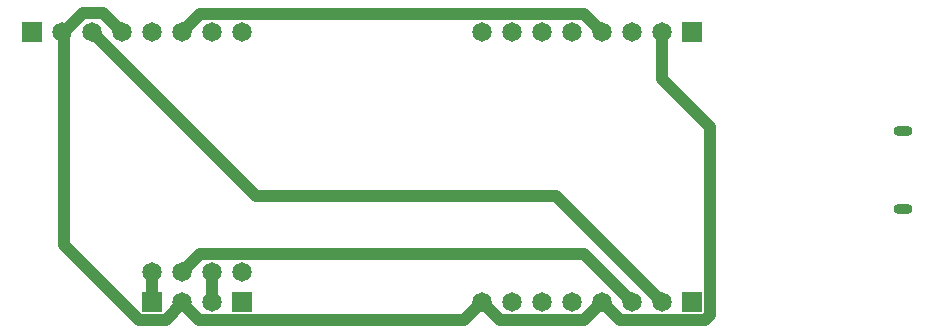
<source format=gbl>
G04 #@! TF.GenerationSoftware,KiCad,Pcbnew,(5.1.7)-1*
G04 #@! TF.CreationDate,2020-12-20T14:57:21+09:00*
G04 #@! TF.ProjectId,pcbkicad,7063626b-6963-4616-942e-6b696361645f,rev?*
G04 #@! TF.SameCoordinates,Original*
G04 #@! TF.FileFunction,Copper,L2,Bot*
G04 #@! TF.FilePolarity,Positive*
%FSLAX46Y46*%
G04 Gerber Fmt 4.6, Leading zero omitted, Abs format (unit mm)*
G04 Created by KiCad (PCBNEW (5.1.7)-1) date 2020-12-20 14:57:21*
%MOMM*%
%LPD*%
G01*
G04 APERTURE LIST*
G04 #@! TA.AperFunction,ComponentPad*
%ADD10O,1.600000X0.900000*%
G04 #@! TD*
G04 #@! TA.AperFunction,ComponentPad*
%ADD11R,1.651000X1.651000*%
G04 #@! TD*
G04 #@! TA.AperFunction,ComponentPad*
%ADD12C,1.651000*%
G04 #@! TD*
G04 #@! TA.AperFunction,Conductor*
%ADD13C,1.000000*%
G04 #@! TD*
G04 APERTURE END LIST*
D10*
X186780000Y-87170000D03*
X186780000Y-93770000D03*
D11*
X130812000Y-101620000D03*
D12*
X128272000Y-101620000D03*
X125732000Y-101620000D03*
D11*
X123192000Y-101620000D03*
D12*
X123192000Y-99080000D03*
X125732000Y-99080000D03*
X128272000Y-99080000D03*
X130812000Y-99080000D03*
X151132000Y-101620000D03*
X153672000Y-101620000D03*
X156212000Y-101620000D03*
X158752000Y-101620000D03*
X161292000Y-101620000D03*
X163832000Y-101620000D03*
X166372000Y-101620000D03*
D11*
X168912000Y-101620000D03*
X168912000Y-78760500D03*
D12*
X166372000Y-78760500D03*
X163832000Y-78760500D03*
X161292000Y-78760500D03*
X158752000Y-78760500D03*
X156212000Y-78760500D03*
X153672000Y-78760500D03*
X151132000Y-78760500D03*
D11*
X113032000Y-78760500D03*
D12*
X115572000Y-78760500D03*
X118112000Y-78760500D03*
X120652000Y-78760500D03*
X123192000Y-78760500D03*
X125732000Y-78760500D03*
X128272000Y-78760500D03*
X130812000Y-78760500D03*
D13*
X125732000Y-78760500D02*
X127289400Y-77203100D01*
X127289400Y-77203100D02*
X159734600Y-77203100D01*
X159734600Y-77203100D02*
X161292000Y-78760500D01*
X151132000Y-101620000D02*
X152670900Y-103158900D01*
X152670900Y-103158900D02*
X159753100Y-103158900D01*
X159753100Y-103158900D02*
X161292000Y-101620000D01*
X125732000Y-101747900D02*
X127130000Y-103145900D01*
X127130000Y-103145900D02*
X149606100Y-103145900D01*
X149606100Y-103145900D02*
X151132000Y-101620000D01*
X161292000Y-101620000D02*
X162828200Y-103156200D01*
X162828200Y-103156200D02*
X170037200Y-103156200D01*
X170037200Y-103156200D02*
X170437900Y-102755500D01*
X170437900Y-102755500D02*
X170437900Y-86819100D01*
X170437900Y-86819100D02*
X166372000Y-82753200D01*
X166372000Y-82753200D02*
X166372000Y-78760500D01*
X125732000Y-101747900D02*
X125732000Y-101620000D01*
X115763000Y-78760500D02*
X115763000Y-96832700D01*
X115763000Y-96832700D02*
X122076200Y-103145900D01*
X122076200Y-103145900D02*
X124334000Y-103145900D01*
X124334000Y-103145900D02*
X125732000Y-101747900D01*
X120652000Y-78760500D02*
X119078500Y-77187000D01*
X119078500Y-77187000D02*
X117336500Y-77187000D01*
X117336500Y-77187000D02*
X115763000Y-78760500D01*
X115763000Y-78760500D02*
X115572000Y-78760500D01*
X123192000Y-99080000D02*
X123192000Y-101620000D01*
X118112000Y-78760500D02*
X131977600Y-92626100D01*
X131977600Y-92626100D02*
X157378100Y-92626100D01*
X157378100Y-92626100D02*
X166372000Y-101620000D01*
X163832000Y-101620000D02*
X159750500Y-97538500D01*
X159750500Y-97538500D02*
X127273500Y-97538500D01*
X127273500Y-97538500D02*
X125732000Y-99080000D01*
X128272000Y-99080000D02*
X128272000Y-101620000D01*
M02*

</source>
